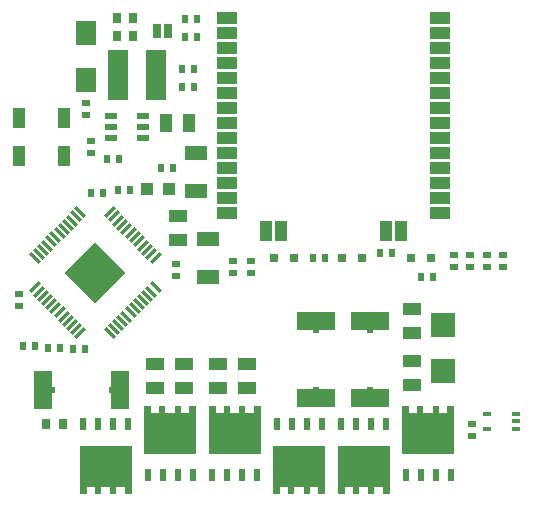
<source format=gtp>
G04 Layer: TopPasteMaskLayer*
G04 EasyEDA v6.5.42, 2024-06-19 17:53:58*
G04 0aa094f9eb354ad99160228faad6b286,7c1e8d740ba24e6f83eb2d53d3341807,10*
G04 Gerber Generator version 0.2*
G04 Scale: 100 percent, Rotated: No, Reflected: No *
G04 Dimensions in millimeters *
G04 leading zeros omitted , absolute positions ,4 integer and 5 decimal *
%FSLAX45Y45*%
%MOMM*%

%AMMACRO1*21,1,$1,$2,0,0,$3*%
%ADD10R,2.0600X2.0700*%
%ADD11R,0.8000X0.5000*%
%ADD12R,0.8000X0.9000*%
%ADD13R,0.8000X0.8000*%
%ADD14R,3.3000X1.6000*%
%ADD15R,0.5000X0.5000*%
%ADD16R,1.6000X3.3000*%
%ADD17R,1.1000X0.6000*%
%ADD18R,0.8000X0.4000*%
%ADD19R,1.5500X1.0000*%
%ADD20R,1.8000X1.0008*%
%ADD21R,1.0008X1.8000*%
%ADD22R,1.8000X4.2000*%
%ADD23R,0.5000X0.8000*%
%ADD24R,1.8000X2.0000*%
%ADD25R,1.0000X1.5500*%
%ADD26R,1.9000X1.2000*%
%ADD27R,1.0000X1.1000*%
%ADD28MACRO1,0.254X1.143X-135.0000*%
%ADD29MACRO1,0.2541X1.143X-135.0405*%
%ADD30MACRO1,1.1428X0.254X-135.0090*%
%ADD31MACRO1,1.143X0.254X-135.0000*%
%ADD32MACRO1,1.143X0.2541X-135.0000*%
%ADD33MACRO1,1.143X0.2999X-135.0000*%
%ADD34MACRO1,3.6999X3.7X-135.0000*%
%ADD35R,1.0008X1.6993*%
%ADD36R,0.6350X1.2700*%
%ADD37R,0.0113X1.2700*%

%LPD*%
G36*
X1537004Y-1740306D02*
G01*
X1537004Y-1840280D01*
X1586992Y-1840280D01*
X1586992Y-1740306D01*
G37*
G36*
X1410004Y-1740306D02*
G01*
X1410004Y-1840280D01*
X1459992Y-1840280D01*
X1459992Y-1740306D01*
G37*
G36*
X1283004Y-1740306D02*
G01*
X1283004Y-1840280D01*
X1332992Y-1840280D01*
X1332992Y-1740306D01*
G37*
G36*
X1156004Y-1740306D02*
G01*
X1156004Y-1840280D01*
X1205992Y-1840280D01*
X1205992Y-1740306D01*
G37*
G36*
X1151483Y-1200302D02*
G01*
X1151483Y-1610309D01*
X1591513Y-1610309D01*
X1591513Y-1200302D01*
X1531518Y-1200302D01*
X1531518Y-1260297D01*
X1461516Y-1260297D01*
X1461516Y-1200302D01*
X1411478Y-1200302D01*
X1411478Y-1260297D01*
X1331518Y-1260297D01*
X1331518Y-1200302D01*
X1281480Y-1200302D01*
X1281480Y-1260297D01*
X1211478Y-1260297D01*
X1211478Y-1200302D01*
G37*
G36*
X609904Y-1309065D02*
G01*
X609904Y-1409090D01*
X659892Y-1409090D01*
X659892Y-1309065D01*
G37*
G36*
X736904Y-1309065D02*
G01*
X736904Y-1409090D01*
X786892Y-1409090D01*
X786892Y-1309065D01*
G37*
G36*
X863904Y-1309065D02*
G01*
X863904Y-1409090D01*
X913892Y-1409090D01*
X913892Y-1309065D01*
G37*
G36*
X990904Y-1309065D02*
G01*
X990904Y-1409090D01*
X1040892Y-1409090D01*
X1040892Y-1309065D01*
G37*
G36*
X605383Y-1539087D02*
G01*
X605383Y-1949094D01*
X665378Y-1949094D01*
X665378Y-1889099D01*
X735380Y-1889099D01*
X735380Y-1949094D01*
X785418Y-1949094D01*
X785418Y-1889099D01*
X865378Y-1889099D01*
X865378Y-1949094D01*
X915416Y-1949094D01*
X915416Y-1889099D01*
X985418Y-1889099D01*
X985418Y-1949094D01*
X1045413Y-1949094D01*
X1045413Y-1539087D01*
G37*
G36*
X-101295Y-1740306D02*
G01*
X-101295Y-1840280D01*
X-51308Y-1840280D01*
X-51308Y-1740306D01*
G37*
G36*
X-228295Y-1740306D02*
G01*
X-228295Y-1840280D01*
X-178308Y-1840280D01*
X-178308Y-1740306D01*
G37*
G36*
X-355295Y-1740306D02*
G01*
X-355295Y-1840280D01*
X-305308Y-1840280D01*
X-305308Y-1740306D01*
G37*
G36*
X-482295Y-1740306D02*
G01*
X-482295Y-1840280D01*
X-432308Y-1840280D01*
X-432308Y-1740306D01*
G37*
G36*
X-486816Y-1200302D02*
G01*
X-486816Y-1610309D01*
X-46786Y-1610309D01*
X-46786Y-1200302D01*
X-106781Y-1200302D01*
X-106781Y-1260297D01*
X-176784Y-1260297D01*
X-176784Y-1200302D01*
X-226821Y-1200302D01*
X-226821Y-1260297D01*
X-306781Y-1260297D01*
X-306781Y-1200302D01*
X-356819Y-1200302D01*
X-356819Y-1260297D01*
X-426821Y-1260297D01*
X-426821Y-1200302D01*
G37*
G36*
X63804Y-1309065D02*
G01*
X63804Y-1409090D01*
X113792Y-1409090D01*
X113792Y-1309065D01*
G37*
G36*
X190804Y-1309065D02*
G01*
X190804Y-1409090D01*
X240792Y-1409090D01*
X240792Y-1309065D01*
G37*
G36*
X317804Y-1309065D02*
G01*
X317804Y-1409090D01*
X367792Y-1409090D01*
X367792Y-1309065D01*
G37*
G36*
X444804Y-1309065D02*
G01*
X444804Y-1409090D01*
X494792Y-1409090D01*
X494792Y-1309065D01*
G37*
G36*
X59283Y-1539087D02*
G01*
X59283Y-1949094D01*
X119278Y-1949094D01*
X119278Y-1889099D01*
X189280Y-1889099D01*
X189280Y-1949094D01*
X239318Y-1949094D01*
X239318Y-1889099D01*
X319278Y-1889099D01*
X319278Y-1949094D01*
X369316Y-1949094D01*
X369316Y-1889099D01*
X439318Y-1889099D01*
X439318Y-1949094D01*
X499313Y-1949094D01*
X499313Y-1539087D01*
G37*
G36*
X-647395Y-1740306D02*
G01*
X-647395Y-1840280D01*
X-597408Y-1840280D01*
X-597408Y-1740306D01*
G37*
G36*
X-774395Y-1740306D02*
G01*
X-774395Y-1840280D01*
X-724408Y-1840280D01*
X-724408Y-1740306D01*
G37*
G36*
X-901395Y-1740306D02*
G01*
X-901395Y-1840280D01*
X-851408Y-1840280D01*
X-851408Y-1740306D01*
G37*
G36*
X-1028395Y-1740306D02*
G01*
X-1028395Y-1840280D01*
X-978408Y-1840280D01*
X-978408Y-1740306D01*
G37*
G36*
X-1032916Y-1200302D02*
G01*
X-1032916Y-1610309D01*
X-592886Y-1610309D01*
X-592886Y-1200302D01*
X-652881Y-1200302D01*
X-652881Y-1260297D01*
X-722884Y-1260297D01*
X-722884Y-1200302D01*
X-772922Y-1200302D01*
X-772922Y-1260297D01*
X-852881Y-1260297D01*
X-852881Y-1200302D01*
X-902919Y-1200302D01*
X-902919Y-1260297D01*
X-972921Y-1260297D01*
X-972921Y-1200302D01*
G37*
G36*
X-1574495Y-1309065D02*
G01*
X-1574495Y-1409090D01*
X-1524508Y-1409090D01*
X-1524508Y-1309065D01*
G37*
G36*
X-1447495Y-1309065D02*
G01*
X-1447495Y-1409090D01*
X-1397508Y-1409090D01*
X-1397508Y-1309065D01*
G37*
G36*
X-1320495Y-1309065D02*
G01*
X-1320495Y-1409090D01*
X-1270508Y-1409090D01*
X-1270508Y-1309065D01*
G37*
G36*
X-1193495Y-1309065D02*
G01*
X-1193495Y-1409090D01*
X-1143508Y-1409090D01*
X-1143508Y-1309065D01*
G37*
G36*
X-1579016Y-1539087D02*
G01*
X-1579016Y-1949094D01*
X-1519021Y-1949094D01*
X-1519021Y-1889099D01*
X-1449019Y-1889099D01*
X-1449019Y-1949094D01*
X-1398981Y-1949094D01*
X-1398981Y-1889099D01*
X-1319022Y-1889099D01*
X-1319022Y-1949094D01*
X-1268984Y-1949094D01*
X-1268984Y-1889099D01*
X-1198981Y-1889099D01*
X-1198981Y-1949094D01*
X-1138986Y-1949094D01*
X-1138986Y-1539087D01*
G37*
D10*
G01*
X1498600Y-904112D03*
G01*
X1498600Y-518312D03*
D11*
G01*
X2006600Y-24587D03*
G01*
X2006600Y75412D03*
G01*
X1739900Y-1359712D03*
G01*
X1739900Y-1459712D03*
D12*
G01*
X-1860600Y-1358900D03*
G01*
X-1720621Y-1358900D03*
D13*
G01*
X67310Y50800D03*
G01*
X237489Y50800D03*
G01*
X1393189Y50800D03*
G01*
X1223010Y50800D03*
G01*
X638810Y50800D03*
G01*
X808989Y50800D03*
D14*
G01*
X876198Y-487806D03*
G01*
X876198Y-1137818D03*
D15*
G01*
X876198Y-1066800D03*
G01*
X876198Y-558800D03*
D14*
G01*
X418998Y-487806D03*
G01*
X418998Y-1137818D03*
D15*
G01*
X418998Y-1066800D03*
G01*
X418998Y-558800D03*
D16*
G01*
X-1887220Y-1066800D03*
G01*
X-1237208Y-1066800D03*
D15*
G01*
X-1308201Y-1066800D03*
G01*
X-1816201Y-1066800D03*
D17*
G01*
X-1316075Y1060678D03*
G01*
X-1316075Y1155674D03*
G01*
X-1316075Y1250670D03*
G01*
X-1046073Y1250670D03*
G01*
X-1046073Y1155674D03*
G01*
X-1046073Y1060678D03*
D18*
G01*
X1873910Y-1398498D03*
G01*
X1873910Y-1268501D03*
G01*
X2113889Y-1268501D03*
G01*
X2113889Y-1333500D03*
G01*
X2113889Y-1398498D03*
D12*
G01*
X-1263802Y1930400D03*
G01*
X-1123797Y1930400D03*
G01*
X-1263700Y2082800D03*
G01*
X-1123721Y2082800D03*
D11*
G01*
X1727200Y-24612D03*
G01*
X1727200Y75387D03*
D19*
G01*
X-749300Y404799D03*
G01*
X-749300Y204800D03*
D20*
G01*
X-328498Y1700529D03*
G01*
X-328498Y1573529D03*
G01*
X-328498Y1446529D03*
G01*
X-328498Y1319529D03*
G01*
X-328498Y1192529D03*
G01*
X-328498Y1065529D03*
G01*
X-328498Y938529D03*
G01*
X-328498Y811529D03*
D21*
G01*
X1145539Y278409D03*
D20*
G01*
X1471498Y430529D03*
G01*
X1471498Y557529D03*
G01*
X1471498Y684529D03*
G01*
X1471498Y811529D03*
G01*
X1471498Y938529D03*
G01*
X1471498Y1065529D03*
G01*
X1471498Y1192529D03*
G01*
X-328498Y684529D03*
G01*
X-328498Y557529D03*
G01*
X-328498Y430529D03*
D21*
G01*
X2539Y278409D03*
G01*
X129539Y278409D03*
D20*
G01*
X-328498Y1827529D03*
G01*
X-328498Y1954529D03*
G01*
X-328498Y2081529D03*
D21*
G01*
X1018539Y278409D03*
D20*
G01*
X1471498Y1319529D03*
G01*
X1471498Y1446529D03*
G01*
X1471498Y1573529D03*
G01*
X1471498Y1700529D03*
G01*
X1471498Y1827529D03*
G01*
X1471498Y1954529D03*
G01*
X1471498Y2081529D03*
D11*
G01*
X1587500Y-24612D03*
G01*
X1587500Y75387D03*
G01*
X-127000Y-75387D03*
G01*
X-127000Y24612D03*
D22*
G01*
X-1252194Y1600200D03*
G01*
X-932205Y1600200D03*
D19*
G01*
X-698576Y-852500D03*
G01*
X-698576Y-1052499D03*
D11*
G01*
X-1524000Y1358087D03*
G01*
X-1524000Y1258087D03*
D23*
G01*
X-1245387Y889000D03*
G01*
X-1345387Y889000D03*
D11*
G01*
X-1485900Y940587D03*
G01*
X-1485900Y1040587D03*
D24*
G01*
X-1524000Y1952599D03*
G01*
X-1524000Y1552600D03*
D23*
G01*
X-610387Y1651000D03*
G01*
X-710387Y1651000D03*
D11*
G01*
X1866900Y75412D03*
G01*
X1866900Y-24587D03*
D23*
G01*
X1408912Y-114300D03*
G01*
X1308912Y-114300D03*
D11*
G01*
X-279400Y24612D03*
G01*
X-279400Y-75387D03*
D19*
G01*
X1231900Y-827100D03*
G01*
X1231900Y-1027099D03*
G01*
X-165100Y-852500D03*
G01*
X-165100Y-1052499D03*
G01*
X1231900Y-382600D03*
G01*
X1231900Y-582599D03*
D25*
G01*
X-649300Y1193800D03*
G01*
X-849299Y1193800D03*
D26*
G01*
X-596900Y614705D03*
G01*
X-596900Y934720D03*
D23*
G01*
X-684987Y2070100D03*
G01*
X-584987Y2070100D03*
D11*
G01*
X-2095525Y-354787D03*
G01*
X-2095525Y-254787D03*
D23*
G01*
X-610412Y1498600D03*
G01*
X-710412Y1498600D03*
G01*
X-684987Y1917700D03*
G01*
X-584987Y1917700D03*
D19*
G01*
X-406476Y-852500D03*
G01*
X-406476Y-1052499D03*
D26*
G01*
X-495300Y210794D03*
G01*
X-495300Y-109220D03*
D23*
G01*
X-1637537Y-723900D03*
G01*
X-1537538Y-723900D03*
G01*
X-1745056Y-711200D03*
G01*
X-1845055Y-711200D03*
G01*
X-1956612Y-698500D03*
G01*
X-2056612Y-698500D03*
D11*
G01*
X-762000Y-812D03*
G01*
X-762000Y-100812D03*
D23*
G01*
X-1485087Y596900D03*
G01*
X-1385087Y596900D03*
G01*
X-1156512Y622300D03*
G01*
X-1256512Y622300D03*
G01*
X-888212Y812800D03*
G01*
X-788212Y812800D03*
D27*
G01*
X-1004392Y635000D03*
G01*
X-824382Y635000D03*
D23*
G01*
X394487Y50800D03*
G01*
X494487Y50800D03*
D28*
G01*
X-1571536Y436460D03*
G01*
X-1606892Y401104D03*
D29*
G01*
X-1642236Y365747D03*
G01*
X-1677593Y330390D03*
D28*
G01*
X-1712937Y295033D03*
G01*
X-1748294Y259676D03*
G01*
X-1783651Y224320D03*
G01*
X-1819008Y188963D03*
G01*
X-1854365Y153606D03*
G01*
X-1889721Y118249D03*
G01*
X-1925078Y82892D03*
G01*
X-1960435Y47536D03*
D30*
G01*
X-1960435Y-199948D03*
D31*
G01*
X-1925078Y-235292D03*
G01*
X-1889721Y-270649D03*
G01*
X-1854365Y-306006D03*
G01*
X-1819008Y-341363D03*
G01*
X-1783651Y-376720D03*
G01*
X-1748294Y-412076D03*
G01*
X-1712937Y-447433D03*
D32*
G01*
X-1677593Y-482790D03*
G01*
X-1642236Y-518147D03*
D31*
G01*
X-1606892Y-553504D03*
D32*
G01*
X-1571523Y-588860D03*
D28*
G01*
X-1324038Y-588860D03*
G01*
X-1288681Y-553504D03*
G01*
X-1253324Y-518147D03*
G01*
X-1217968Y-482790D03*
G01*
X-1182611Y-447433D03*
G01*
X-1147254Y-412076D03*
G01*
X-1111897Y-376720D03*
G01*
X-1076540Y-341363D03*
D29*
G01*
X-1041196Y-306006D03*
G01*
X-1005840Y-270649D03*
D28*
G01*
X-970495Y-235292D03*
G01*
X-935139Y-199936D03*
D33*
G01*
X-935139Y47536D03*
D31*
G01*
X-970495Y82892D03*
D32*
G01*
X-1005840Y118249D03*
G01*
X-1041196Y153606D03*
D31*
G01*
X-1076540Y188963D03*
G01*
X-1111897Y224320D03*
G01*
X-1147254Y259676D03*
G01*
X-1182611Y295033D03*
G01*
X-1217968Y330390D03*
G01*
X-1253324Y365747D03*
G01*
X-1288681Y401104D03*
D32*
G01*
X-1324038Y436448D03*
D34*
G01*
X-1447787Y-76200D03*
D19*
G01*
X-939800Y-852500D03*
G01*
X-939800Y-1052499D03*
D35*
G01*
X-2095500Y1231900D03*
G01*
X-1714500Y1231900D03*
G01*
X-2095500Y914400D03*
G01*
X-1714500Y914400D03*
D23*
G01*
X1066012Y88900D03*
G01*
X966012Y88900D03*
D36*
G01*
X-922020Y1968500D03*
G01*
X-830579Y1968500D03*
M02*

</source>
